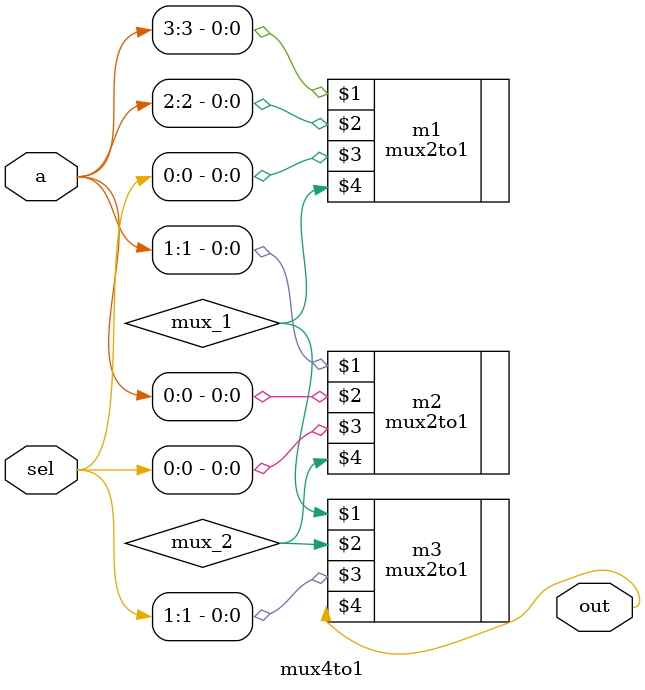
<source format=v>
module mux4to1(a,sel,out);
	input [3:0] a;
	input [1:0] sel;
	output out;

	wire mux[2:0];

	mux2to1 m1 (a[3],a[2],sel[0],mux_1),
	        m2 (a[1],a[0],sel[0],mux_2),
	        m3 (mux_1,mux_2,sel[1],out);
endmodule
</source>
